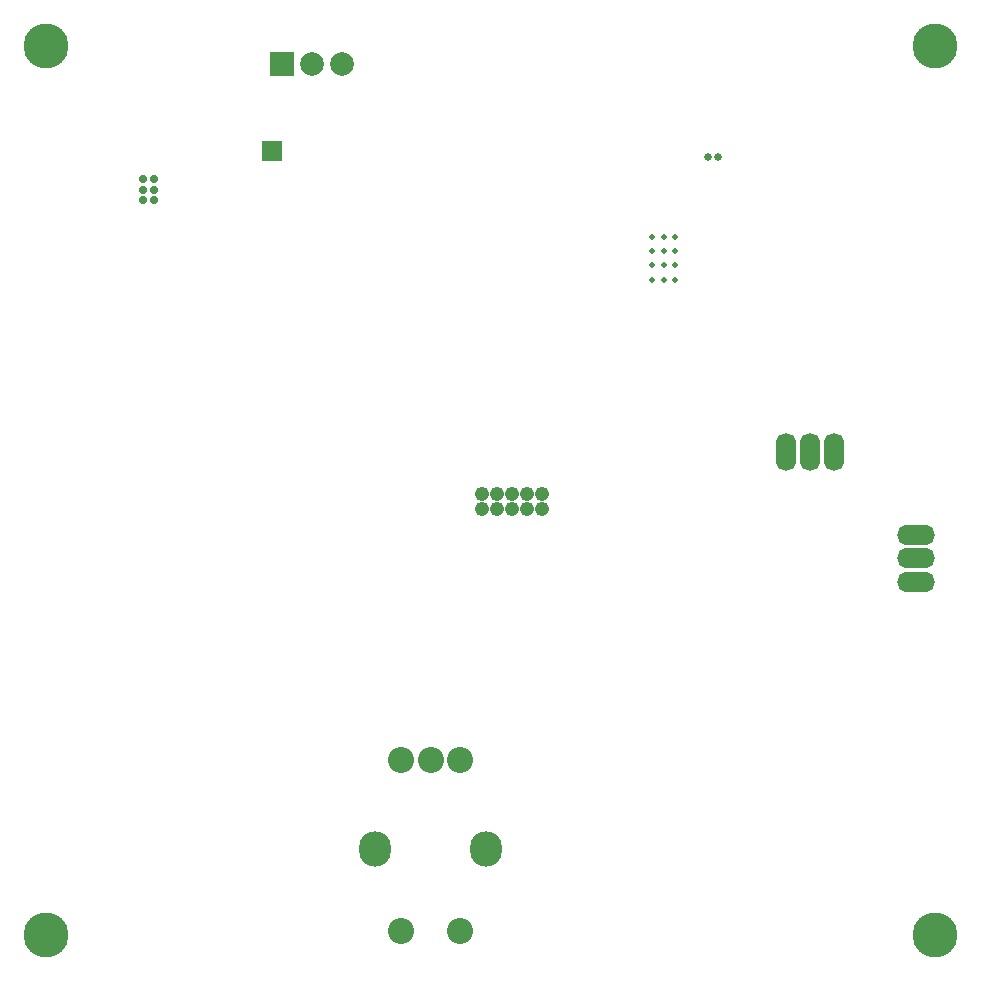
<source format=gbs>
G04*
G04 #@! TF.GenerationSoftware,Altium Limited,Altium Designer,21.6.1 (37)*
G04*
G04 Layer_Color=16711935*
%FSLAX25Y25*%
%MOIN*%
G70*
G04*
G04 #@! TF.SameCoordinates,A58106A6-3A56-46F9-B803-770B48F501EE*
G04*
G04*
G04 #@! TF.FilePolarity,Negative*
G04*
G01*
G75*
%ADD159C,0.14973*%
%ADD160O,0.12612X0.06706*%
%ADD161O,0.06706X0.12612*%
%ADD162C,0.08674*%
%ADD163O,0.10642X0.11824*%
%ADD164C,0.04760*%
%ADD165C,0.07887*%
%ADD166R,0.07887X0.07887*%
%ADD167C,0.02551*%
%ADD168C,0.02000*%
%ADD169C,0.02800*%
%ADD185R,0.06746X0.06746*%
D159*
X9252Y9252D02*
D03*
X305709D02*
D03*
X9252Y305709D02*
D03*
X305709D02*
D03*
D160*
X299433Y127026D02*
D03*
Y142774D02*
D03*
Y134900D02*
D03*
D161*
X271874Y170333D02*
D03*
X264000D02*
D03*
X256126D02*
D03*
D162*
X147442Y67628D02*
D03*
X127757D02*
D03*
X137600D02*
D03*
X127757Y10541D02*
D03*
X147442D02*
D03*
D163*
X119096Y38100D02*
D03*
X156104D02*
D03*
D164*
X174700Y156300D02*
D03*
Y151300D02*
D03*
X164700D02*
D03*
X169700D02*
D03*
X164700Y156300D02*
D03*
X169700D02*
D03*
X159700D02*
D03*
X154700D02*
D03*
X159700Y151300D02*
D03*
X154700D02*
D03*
D165*
X108000Y299740D02*
D03*
X98000D02*
D03*
D166*
X88000D02*
D03*
D167*
X233174Y268701D02*
D03*
X230025D02*
D03*
D168*
X219137Y227775D02*
D03*
Y232500D02*
D03*
Y237224D02*
D03*
Y241949D02*
D03*
X215200Y227775D02*
D03*
Y232500D02*
D03*
Y237224D02*
D03*
Y241949D02*
D03*
X211263Y227775D02*
D03*
Y232500D02*
D03*
Y237224D02*
D03*
Y241949D02*
D03*
D169*
X84621Y270683D02*
D03*
X82652Y272652D02*
D03*
X86589D02*
D03*
Y268715D02*
D03*
X82652D02*
D03*
X45454Y257711D02*
D03*
Y254168D02*
D03*
X41517D02*
D03*
Y257711D02*
D03*
X45454Y261254D02*
D03*
X41517D02*
D03*
D185*
X84621Y270705D02*
D03*
M02*

</source>
